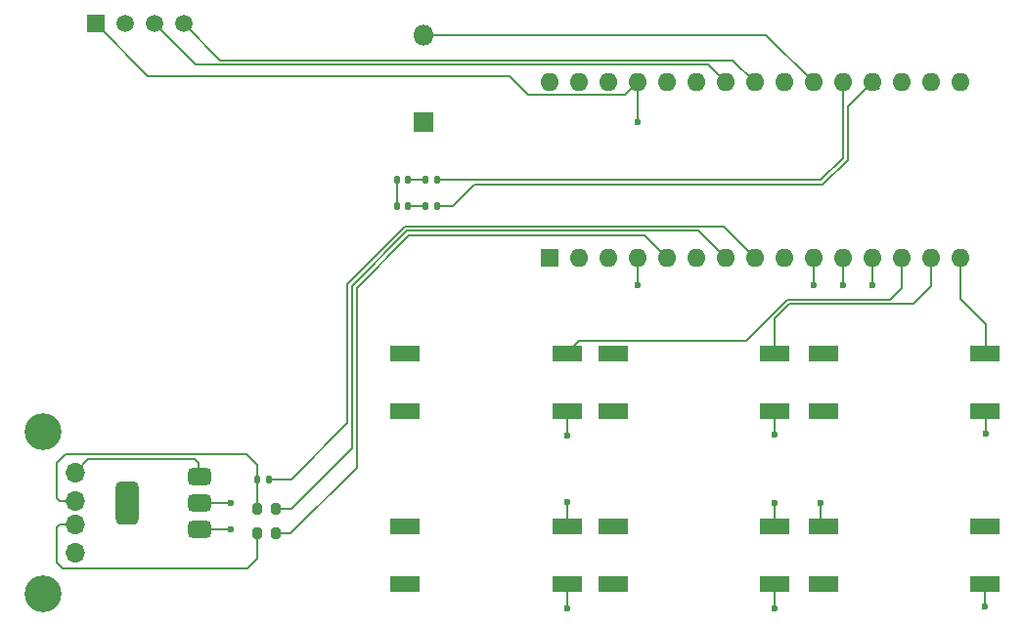
<source format=gbr>
%TF.GenerationSoftware,KiCad,Pcbnew,9.0.7*%
%TF.CreationDate,2026-02-24T09:39:31-07:00*%
%TF.ProjectId,SpeedJeck,53706565-644a-4656-936b-2e6b69636164,1*%
%TF.SameCoordinates,Original*%
%TF.FileFunction,Copper,L1,Top*%
%TF.FilePolarity,Positive*%
%FSLAX46Y46*%
G04 Gerber Fmt 4.6, Leading zero omitted, Abs format (unit mm)*
G04 Created by KiCad (PCBNEW 9.0.7) date 2026-02-24 09:39:31*
%MOMM*%
%LPD*%
G01*
G04 APERTURE LIST*
G04 Aperture macros list*
%AMRoundRect*
0 Rectangle with rounded corners*
0 $1 Rounding radius*
0 $2 $3 $4 $5 $6 $7 $8 $9 X,Y pos of 4 corners*
0 Add a 4 corners polygon primitive as box body*
4,1,4,$2,$3,$4,$5,$6,$7,$8,$9,$2,$3,0*
0 Add four circle primitives for the rounded corners*
1,1,$1+$1,$2,$3*
1,1,$1+$1,$4,$5*
1,1,$1+$1,$6,$7*
1,1,$1+$1,$8,$9*
0 Add four rect primitives between the rounded corners*
20,1,$1+$1,$2,$3,$4,$5,0*
20,1,$1+$1,$4,$5,$6,$7,0*
20,1,$1+$1,$6,$7,$8,$9,0*
20,1,$1+$1,$8,$9,$2,$3,0*%
G04 Aperture macros list end*
%TA.AperFunction,SMDPad,CuDef*%
%ADD10RoundRect,0.147500X-0.147500X-0.172500X0.147500X-0.172500X0.147500X0.172500X-0.147500X0.172500X0*%
%TD*%
%TA.AperFunction,SMDPad,CuDef*%
%ADD11RoundRect,0.135000X-0.135000X-0.185000X0.135000X-0.185000X0.135000X0.185000X-0.135000X0.185000X0*%
%TD*%
%TA.AperFunction,ComponentPad*%
%ADD12R,1.508000X1.508000*%
%TD*%
%TA.AperFunction,ComponentPad*%
%ADD13C,1.508000*%
%TD*%
%TA.AperFunction,SMDPad,CuDef*%
%ADD14R,2.540000X1.400000*%
%TD*%
%TA.AperFunction,ComponentPad*%
%ADD15R,1.600000X1.600000*%
%TD*%
%TA.AperFunction,ComponentPad*%
%ADD16O,1.600000X1.600000*%
%TD*%
%TA.AperFunction,SMDPad,CuDef*%
%ADD17RoundRect,0.200000X0.200000X0.275000X-0.200000X0.275000X-0.200000X-0.275000X0.200000X-0.275000X0*%
%TD*%
%TA.AperFunction,ComponentPad*%
%ADD18O,1.700000X1.700000*%
%TD*%
%TA.AperFunction,ComponentPad*%
%ADD19O,3.200000X3.200000*%
%TD*%
%TA.AperFunction,SMDPad,CuDef*%
%ADD20RoundRect,0.200000X-0.200000X-0.275000X0.200000X-0.275000X0.200000X0.275000X-0.200000X0.275000X0*%
%TD*%
%TA.AperFunction,ComponentPad*%
%ADD21O,1.800000X1.800000*%
%TD*%
%TA.AperFunction,ComponentPad*%
%ADD22R,1.800000X1.800000*%
%TD*%
%TA.AperFunction,SMDPad,CuDef*%
%ADD23RoundRect,0.375000X0.625000X0.375000X-0.625000X0.375000X-0.625000X-0.375000X0.625000X-0.375000X0*%
%TD*%
%TA.AperFunction,SMDPad,CuDef*%
%ADD24RoundRect,0.500000X0.500000X1.400000X-0.500000X1.400000X-0.500000X-1.400000X0.500000X-1.400000X0*%
%TD*%
%TA.AperFunction,ViaPad*%
%ADD25C,0.600000*%
%TD*%
%TA.AperFunction,Conductor*%
%ADD26C,0.200000*%
%TD*%
G04 APERTURE END LIST*
D10*
%TO.P,D1,1,K*%
%TO.N,GND*%
X146295000Y-59250000D03*
%TO.P,D1,2,A*%
%TO.N,Net-(D1-A)*%
X147265000Y-59250000D03*
%TD*%
D11*
%TO.P,R1,1*%
%TO.N,/Data-*%
X134188200Y-82931000D03*
%TO.P,R1,2*%
%TO.N,D5*%
X135208200Y-82931000D03*
%TD*%
D12*
%TO.P,U2,1,Vcc*%
%TO.N,+3.3V*%
X120190000Y-43450000D03*
D13*
%TO.P,U2,2,GND*%
%TO.N,GND*%
X122730000Y-43450000D03*
%TO.P,U2,3,SCK*%
%TO.N,A5*%
X125270000Y-43450000D03*
%TO.P,U2,4,SDA*%
%TO.N,A4*%
X127810000Y-43450000D03*
%TD*%
D14*
%TO.P,DOWN,1,1*%
%TO.N,N/C*%
X165000000Y-87000100D03*
X165000000Y-91999900D03*
%TO.P,DOWN,2,2*%
%TO.N,D8*%
X179000000Y-87000100D03*
%TO.N,GND*%
X179000000Y-91999900D03*
%TD*%
D11*
%TO.P,R3,1*%
%TO.N,Net-(D1-A)*%
X148760000Y-59250000D03*
%TO.P,R3,2*%
%TO.N,A0*%
X149780000Y-59250000D03*
%TD*%
D15*
%TO.P,A1,1,D1/TX*%
%TO.N,unconnected-(A1-D1{slash}TX-Pad1)*%
X159512000Y-63754000D03*
D16*
%TO.P,A1,2,D0/RX*%
%TO.N,unconnected-(A1-D0{slash}RX-Pad2)*%
X162052000Y-63754000D03*
%TO.P,A1,3,~{RESET}*%
%TO.N,unconnected-(A1-~{RESET}-Pad3)*%
X164592000Y-63754000D03*
%TO.P,A1,4,GND*%
%TO.N,GND*%
X167132000Y-63754000D03*
%TO.P,A1,5,D2*%
%TO.N,D2*%
X169672000Y-63754000D03*
%TO.P,A1,6,D3*%
%TO.N,unconnected-(A1-D3-Pad6)*%
X172212000Y-63754000D03*
%TO.P,A1,7,D4*%
%TO.N,D4*%
X174752000Y-63754000D03*
%TO.P,A1,8,D5*%
%TO.N,D5*%
X177292000Y-63754000D03*
%TO.P,A1,9,D6*%
%TO.N,unconnected-(A1-D6-Pad9)*%
X179832000Y-63754000D03*
%TO.P,A1,10,D7*%
%TO.N,D7*%
X182372000Y-63754000D03*
%TO.P,A1,11,D8*%
%TO.N,D8*%
X184912000Y-63754000D03*
%TO.P,A1,12,D9*%
%TO.N,D9*%
X187452000Y-63754000D03*
%TO.P,A1,13,D10*%
%TO.N,D10*%
X189992000Y-63754000D03*
%TO.P,A1,14,D11*%
%TO.N,D11*%
X192532000Y-63754000D03*
%TO.P,A1,15,D12*%
%TO.N,D12*%
X195072000Y-63754000D03*
%TO.P,A1,16,D13*%
%TO.N,unconnected-(A1-D13-Pad16)*%
X195072000Y-48514000D03*
%TO.P,A1,17,3V3*%
%TO.N,unconnected-(A1-3V3-Pad17)*%
X192532000Y-48514000D03*
%TO.P,A1,18,AREF*%
%TO.N,unconnected-(A1-AREF-Pad18)*%
X189992000Y-48514000D03*
%TO.P,A1,19,A0*%
%TO.N,A0*%
X187452000Y-48514000D03*
%TO.P,A1,20,A1*%
%TO.N,A1*%
X184912000Y-48514000D03*
%TO.P,A1,21,A2*%
%TO.N,A2*%
X182372000Y-48514000D03*
%TO.P,A1,22,A3*%
%TO.N,unconnected-(A1-A3-Pad22)*%
X179832000Y-48514000D03*
%TO.P,A1,23,A4*%
%TO.N,A4*%
X177292000Y-48514000D03*
%TO.P,A1,24,A5*%
%TO.N,A5*%
X174752000Y-48514000D03*
%TO.P,A1,25,A6*%
%TO.N,unconnected-(A1-A6-Pad25)*%
X172212000Y-48514000D03*
%TO.P,A1,26,A7*%
%TO.N,unconnected-(A1-A7-Pad26)*%
X169672000Y-48514000D03*
%TO.P,A1,27,+5V*%
%TO.N,+3.3V*%
X167132000Y-48514000D03*
%TO.P,A1,28,~{RESET}*%
%TO.N,unconnected-(A1-~{RESET}-Pad28)*%
X164592000Y-48514000D03*
%TO.P,A1,29,GND*%
%TO.N,unconnected-(A1-GND-Pad29)*%
X162052000Y-48514000D03*
%TO.P,A1,30,VIN*%
%TO.N,unconnected-(A1-VIN-Pad30)*%
X159512000Y-48514000D03*
%TD*%
D14*
%TO.P,ENTER,1,1*%
%TO.N,N/C*%
X183200000Y-72000100D03*
X183200000Y-76999900D03*
%TO.P,ENTER,2,2*%
%TO.N,D12*%
X197200000Y-72000100D03*
%TO.N,GND*%
X197200000Y-76999900D03*
%TD*%
%TO.P,BACK,1,1*%
%TO.N,N/C*%
X147000000Y-87000100D03*
X147000000Y-91999900D03*
%TO.P,BACK,2,2*%
%TO.N,D9*%
X161000000Y-87000100D03*
%TO.N,GND*%
X161000000Y-91999900D03*
%TD*%
D17*
%TO.P,R8,1*%
%TO.N,D2*%
X135825000Y-87630000D03*
%TO.P,R8,2*%
%TO.N,/Data+*%
X134175000Y-87630000D03*
%TD*%
D18*
%TO.P,USB,1,VBUS*%
%TO.N,Net-(J1-VBUS)*%
X118407600Y-82331600D03*
%TO.P,USB,2,D-*%
%TO.N,/Data-*%
X118407600Y-84833500D03*
%TO.P,USB,3,D+*%
%TO.N,/Data+*%
X118407600Y-86832400D03*
%TO.P,USB,4,GND*%
%TO.N,GND*%
X118407600Y-89331800D03*
D19*
%TO.P,USB,5,Shield*%
%TO.N,unconnected-(J1-Shield-Pad5)_1*%
X115636400Y-92852200D03*
%TO.N,unconnected-(J1-Shield-Pad5)*%
X115636400Y-78851800D03*
%TD*%
D20*
%TO.P,R7,1*%
%TO.N,/Data-*%
X134175000Y-85500000D03*
%TO.P,R7,2*%
%TO.N,D4*%
X135825000Y-85500000D03*
%TD*%
D14*
%TO.P,MENU,1,1*%
%TO.N,N/C*%
X147000000Y-72000100D03*
X147000000Y-76999900D03*
%TO.P,MENU,2,2*%
%TO.N,D10*%
X161000000Y-72000100D03*
%TO.N,GND*%
X161000000Y-76999900D03*
%TD*%
D11*
%TO.P,R2,1*%
%TO.N,Net-(D2-A)*%
X148750000Y-57000000D03*
%TO.P,R2,2*%
%TO.N,A1*%
X149770000Y-57000000D03*
%TD*%
D21*
%TO.P,BZ1,1,+*%
%TO.N,A2*%
X148600000Y-44400000D03*
D22*
%TO.P,BZ1,2,-*%
%TO.N,GND*%
X148600000Y-52000000D03*
%TD*%
D14*
%TO.P,NEXT,1,1*%
%TO.N,D7*%
X183200000Y-87000100D03*
%TO.N,N/C*%
X183200000Y-91999900D03*
%TO.P,NEXT,2,2*%
X197200000Y-87000100D03*
%TO.N,GND*%
X197200000Y-91999900D03*
%TD*%
D10*
%TO.P,D2,1,K*%
%TO.N,GND*%
X146285000Y-57000000D03*
%TO.P,D2,2,A*%
%TO.N,Net-(D2-A)*%
X147255000Y-57000000D03*
%TD*%
D14*
%TO.P,UP,1,1*%
%TO.N,N/C*%
X165000000Y-72000100D03*
X165000000Y-76999900D03*
%TO.P,UP,2,2*%
%TO.N,D11*%
X179000000Y-72000100D03*
%TO.N,GND*%
X179000000Y-76999900D03*
%TD*%
D23*
%TO.P,U3,1,GND*%
%TO.N,GND*%
X129210000Y-87300000D03*
%TO.P,U3,2,VO*%
%TO.N,+3.3V*%
X129210000Y-85000000D03*
D24*
X122910000Y-85000000D03*
D23*
%TO.P,U3,3,VI*%
%TO.N,Net-(J1-VBUS)*%
X129210000Y-82700000D03*
%TD*%
D25*
%TO.N,GND*%
X197250000Y-78950000D03*
X179000000Y-79100000D03*
X161000000Y-79150000D03*
X167132000Y-66150000D03*
X131900000Y-87300000D03*
X197200000Y-94000000D03*
X161000000Y-94150000D03*
X179000000Y-94150000D03*
%TO.N,D8*%
X179000000Y-85000000D03*
X184900000Y-66100000D03*
%TO.N,D9*%
X161000000Y-84950000D03*
X187450000Y-66100000D03*
%TO.N,+3.3V*%
X167132000Y-52000000D03*
X131900000Y-85000000D03*
%TO.N,D7*%
X183000000Y-85000000D03*
X182350000Y-66100000D03*
%TD*%
D26*
%TO.N,GND*%
X129150000Y-87300000D02*
X131900000Y-87300000D01*
X146295000Y-59250000D02*
X146295000Y-57010000D01*
X146295000Y-57010000D02*
X146285000Y-57000000D01*
X179000000Y-94150000D02*
X179000000Y-92000000D01*
X167132000Y-66150000D02*
X167132000Y-63754000D01*
X161000000Y-92000000D02*
X161000000Y-94150000D01*
X179000000Y-79100000D02*
X179000000Y-76999900D01*
X197250000Y-77000000D02*
X197250000Y-78950000D01*
X161000000Y-77000000D02*
X161000000Y-79150000D01*
X197200000Y-94000000D02*
X197200000Y-91999900D01*
%TO.N,Net-(D1-A)*%
X148760000Y-59250000D02*
X147265000Y-59250000D01*
%TO.N,Net-(D2-A)*%
X148750000Y-57000000D02*
X147255000Y-57000000D01*
%TO.N,D2*%
X142802000Y-66332200D02*
X142802000Y-81911800D01*
X137083800Y-87630000D02*
X135825000Y-87630000D01*
X147332200Y-61802000D02*
X142802000Y-66332200D01*
X167720000Y-61802000D02*
X147332200Y-61802000D01*
X142802000Y-81911800D02*
X137083800Y-87630000D01*
X169672000Y-63754000D02*
X167720000Y-61802000D01*
%TO.N,D10*%
X189992000Y-66357000D02*
X189000000Y-67349000D01*
X189000000Y-67349000D02*
X180083900Y-67349000D01*
X189992000Y-63754000D02*
X189992000Y-66357000D01*
X176483900Y-70949000D02*
X162051000Y-70949000D01*
X162051000Y-70949000D02*
X161000000Y-72000000D01*
X180083900Y-67349000D02*
X176483900Y-70949000D01*
%TO.N,A1*%
X184912000Y-55088000D02*
X183000000Y-57000000D01*
X183000000Y-57000000D02*
X149770000Y-57000000D01*
X184912000Y-48514000D02*
X184912000Y-55088000D01*
%TO.N,A5*%
X174752000Y-48514000D02*
X173238000Y-47000000D01*
X173238000Y-47000000D02*
X128820000Y-47000000D01*
X128820000Y-47000000D02*
X125270000Y-43450000D01*
%TO.N,D8*%
X184912000Y-66088000D02*
X184900000Y-66100000D01*
X184912000Y-63754000D02*
X184912000Y-66088000D01*
X179000000Y-87000000D02*
X179000000Y-85000000D01*
%TO.N,A2*%
X178258000Y-44400000D02*
X182372000Y-48514000D01*
X148600000Y-44400000D02*
X178258000Y-44400000D01*
%TO.N,D9*%
X187450000Y-66100000D02*
X187452000Y-66098000D01*
X187452000Y-66098000D02*
X187452000Y-63754000D01*
X161000000Y-87000000D02*
X161000000Y-84950000D01*
%TO.N,+3.3V*%
X129150000Y-85000000D02*
X131900000Y-85000000D01*
X124740000Y-48000000D02*
X120190000Y-43450000D01*
X167132000Y-52000000D02*
X167132000Y-48514000D01*
X166031000Y-49615000D02*
X157615000Y-49615000D01*
X157615000Y-49615000D02*
X156000000Y-48000000D01*
X156000000Y-48000000D02*
X124740000Y-48000000D01*
X167132000Y-48514000D02*
X166031000Y-49615000D01*
%TO.N,D11*%
X179000000Y-72000000D02*
X179000000Y-69000000D01*
X192532000Y-66218000D02*
X192532000Y-63754000D01*
X180250000Y-67750000D02*
X191000000Y-67750000D01*
X191000000Y-67750000D02*
X192532000Y-66218000D01*
X179000000Y-69000000D02*
X180250000Y-67750000D01*
%TO.N,D12*%
X197250000Y-69500000D02*
X195072000Y-67322000D01*
X195072000Y-67322000D02*
X195072000Y-63754000D01*
X197250000Y-72000000D02*
X197250000Y-69500000D01*
%TO.N,D7*%
X182372000Y-63754000D02*
X182372000Y-66078000D01*
X182372000Y-66078000D02*
X182350000Y-66100000D01*
X183000000Y-87000000D02*
X183000000Y-85000000D01*
%TO.N,A0*%
X183166100Y-57401000D02*
X185313000Y-55254100D01*
X151151000Y-59250000D02*
X153000000Y-57401000D01*
X153000000Y-57401000D02*
X183166100Y-57401000D01*
X185313000Y-50653000D02*
X187452000Y-48514000D01*
X149780000Y-59250000D02*
X151151000Y-59250000D01*
X185313000Y-55254100D02*
X185313000Y-50653000D01*
X188000000Y-49062000D02*
X187452000Y-48514000D01*
%TO.N,D4*%
X147166100Y-61401000D02*
X172399000Y-61401000D01*
X172399000Y-61401000D02*
X174752000Y-63754000D01*
X142401000Y-66166100D02*
X147166100Y-61401000D01*
X135825000Y-85500000D02*
X137181800Y-85500000D01*
X137181800Y-85500000D02*
X142401000Y-80280800D01*
X142401000Y-80280800D02*
X142401000Y-66166100D01*
%TO.N,D5*%
X137160000Y-82931000D02*
X142000000Y-78091000D01*
X147000000Y-61000000D02*
X174538000Y-61000000D01*
X174538000Y-61000000D02*
X177292000Y-63754000D01*
X142000000Y-66000000D02*
X147000000Y-61000000D01*
X135208200Y-82931000D02*
X137160000Y-82931000D01*
X142000000Y-78091000D02*
X142000000Y-66000000D01*
%TO.N,A4*%
X127810000Y-43450000D02*
X130959000Y-46599000D01*
X175377000Y-46599000D02*
X177292000Y-48514000D01*
X130959000Y-46599000D02*
X175377000Y-46599000D01*
%TO.N,/Data-*%
X134175000Y-85500000D02*
X134175000Y-82944200D01*
X116840000Y-84582000D02*
X117091500Y-84833500D01*
X134188200Y-82931000D02*
X134188200Y-81688201D01*
X116840000Y-81534000D02*
X116840000Y-84582000D01*
X117091500Y-84833500D02*
X118407600Y-84833500D01*
X117581476Y-80792524D02*
X116840000Y-81534000D01*
X134188200Y-81688201D02*
X133292523Y-80792524D01*
X134175000Y-82944200D02*
X134188200Y-82931000D01*
X133292523Y-80792524D02*
X117581476Y-80792524D01*
%TO.N,/Data+*%
X117129600Y-86832400D02*
X118407600Y-86832400D01*
X134175000Y-89825000D02*
X133322000Y-90678000D01*
X133322000Y-90678000D02*
X117348000Y-90678000D01*
X134175000Y-87630000D02*
X134175000Y-89825000D01*
X116840000Y-87122000D02*
X117129600Y-86832400D01*
X117348000Y-90678000D02*
X116840000Y-90170000D01*
X116840000Y-90170000D02*
X116840000Y-87122000D01*
%TO.N,Net-(J1-VBUS)*%
X128800000Y-81200000D02*
X129150000Y-81550000D01*
X118407600Y-82331600D02*
X119539200Y-81200000D01*
X119539200Y-81200000D02*
X128800000Y-81200000D01*
X129150000Y-81550000D02*
X129150000Y-82700000D01*
%TD*%
M02*

</source>
